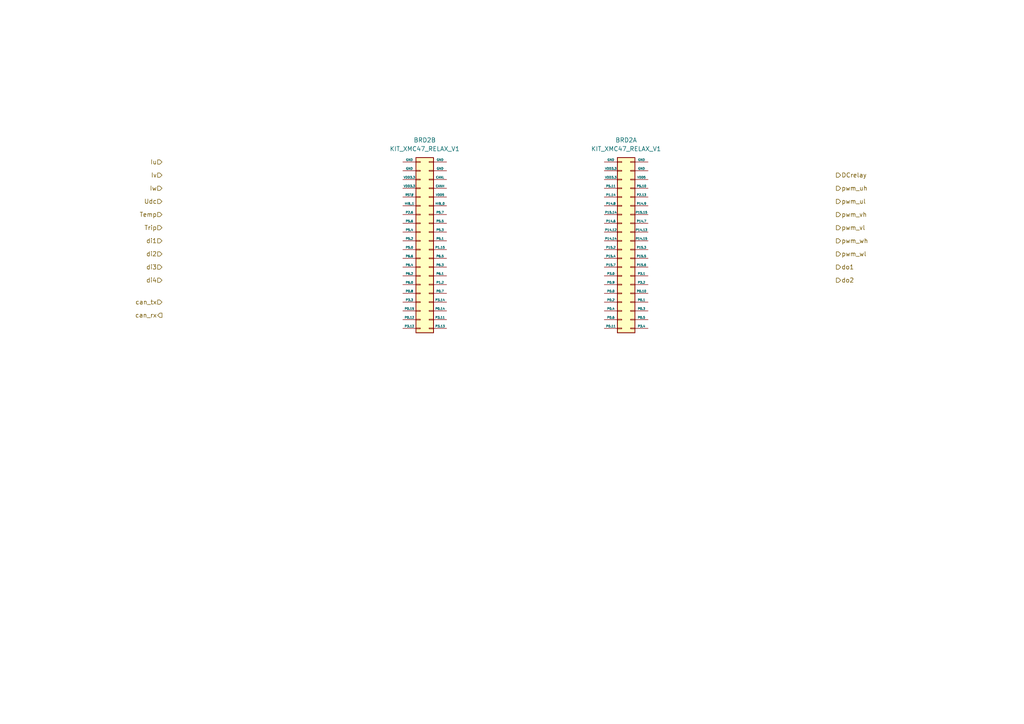
<source format=kicad_sch>
(kicad_sch (version 20231120) (generator "eeschema") (generator_version "8.0")
  (paper "A4")
  (lib_symbols
    (symbol "main:KIT_XMC47_RELAX_V1" (pin_numbers hide) (pin_names (offset 0))
      (property "Reference" "BRD" (at 0.254 26.162 0))
      (property "Value" "KIT_XMC47_RELAX_V1" (at 1.016 -28.702 0))
      (symbol "KIT_XMC47_RELAX_V1_1_1"
        (unit_name "X1")
        (rectangle (start -2.54 -26.67) (end 2.54 24.13) (stroke (width 0.254)) (fill (type background)))
        (rectangle (start -2.54 -25.527) (end -1.27 -25.273) (stroke (width 0.1524)))
        (rectangle (start -2.54 -22.987) (end -1.27 -22.733) (stroke (width 0.1524)))
        (rectangle (start -2.54 -20.447) (end -1.27 -20.193) (stroke (width 0.1524)))
        (rectangle (start -2.54 -17.907) (end -1.27 -17.653) (stroke (width 0.1524)))
        (rectangle (start -2.54 -15.367) (end -1.27 -15.113) (stroke (width 0.1524)))
        (rectangle (start -2.54 -12.827) (end -1.27 -12.573) (stroke (width 0.1524)))
        (rectangle (start -2.54 -10.287) (end -1.27 -10.033) (stroke (width 0.1524)))
        (rectangle (start -2.54 -7.747) (end -1.27 -7.493) (stroke (width 0.1524)))
        (rectangle (start -2.54 -5.207) (end -1.27 -4.953) (stroke (width 0.1524)))
        (rectangle (start -2.54 -2.667) (end -1.27 -2.413) (stroke (width 0.1524)))
        (rectangle (start -2.54 -0.127) (end -1.27 0.127) (stroke (width 0.1524)))
        (rectangle (start -2.54 2.413) (end -1.27 2.667) (stroke (width 0.1524)))
        (rectangle (start -2.54 4.953) (end -1.27 5.207) (stroke (width 0.1524)))
        (rectangle (start -2.54 7.493) (end -1.27 7.747) (stroke (width 0.1524)))
        (rectangle (start -2.54 10.033) (end -1.27 10.287) (stroke (width 0.1524)))
        (rectangle (start -2.54 12.573) (end -1.27 12.827) (stroke (width 0.1524)))
        (rectangle (start -2.54 15.113) (end -1.27 15.367) (stroke (width 0.1524)))
        (rectangle (start -2.54 17.653) (end -1.27 17.907) (stroke (width 0.1524)))
        (rectangle (start -2.54 20.193) (end -1.27 20.447) (stroke (width 0.1524)))
        (rectangle (start -2.54 22.733) (end -1.27 22.987) (stroke (width 0.1524)))
        (rectangle (start 2.54 -25.527) (end 1.27 -25.273) (stroke (width 0.1524)))
        (rectangle (start 2.54 -22.987) (end 1.27 -22.733) (stroke (width 0.1524)))
        (rectangle (start 2.54 -20.447) (end 1.27 -20.193) (stroke (width 0.1524)))
        (rectangle (start 2.54 -17.907) (end 1.27 -17.653) (stroke (width 0.1524)))
        (rectangle (start 2.54 -15.367) (end 1.27 -15.113) (stroke (width 0.1524)))
        (rectangle (start 2.54 -12.827) (end 1.27 -12.573) (stroke (width 0.1524)))
        (rectangle (start 2.54 -10.287) (end 1.27 -10.033) (stroke (width 0.1524)))
        (rectangle (start 2.54 -7.747) (end 1.27 -7.493) (stroke (width 0.1524)))
        (rectangle (start 2.54 -5.207) (end 1.27 -4.953) (stroke (width 0.1524)))
        (rectangle (start 2.54 -2.667) (end 1.27 -2.413) (stroke (width 0.1524)))
        (rectangle (start 2.54 -0.127) (end 1.27 0.127) (stroke (width 0.1524)))
        (rectangle (start 2.54 2.413) (end 1.27 2.667) (stroke (width 0.1524)))
        (rectangle (start 2.54 4.953) (end 1.27 5.207) (stroke (width 0.1524)))
        (rectangle (start 2.54 7.493) (end 1.27 7.747) (stroke (width 0.1524)))
        (rectangle (start 2.54 10.033) (end 1.27 10.287) (stroke (width 0.1524)))
        (rectangle (start 2.54 12.573) (end 1.27 12.827) (stroke (width 0.1524)))
        (rectangle (start 2.54 15.113) (end 1.27 15.367) (stroke (width 0.1524)))
        (rectangle (start 2.54 17.653) (end 1.27 17.907) (stroke (width 0.1524)))
        (rectangle (start 2.54 20.193) (end 1.27 20.447) (stroke (width 0.1524)))
        (rectangle (start 2.54 22.733) (end 1.27 22.987) (stroke (width 0.1524)))
        (pin passive line (at 6.35 -25.4 180) (length 3.81) (name "P3.4") (number "1"))
        (pin passive line (at -6.35 -15.24 0) (length 3.81) (name "P0.0") (number "10"))
        (pin passive line (at 6.35 -12.7 180) (length 3.81) (name "P3.2") (number "11"))
        (pin passive line (at -6.35 -12.7 0) (length 3.81) (name "P0.9") (number "12"))
        (pin passive line (at 6.35 -10.16 180) (length 3.81) (name "P3.1") (number "13"))
        (pin passive line (at -6.35 -10.16 0) (length 3.81) (name "P3.0") (number "14"))
        (pin passive line (at 6.35 -7.62 180) (length 3.81) (name "P15.6") (number "15"))
        (pin passive line (at -6.35 -7.62 0) (length 3.81) (name "P15.7") (number "16"))
        (pin passive line (at 6.35 -5.08 180) (length 3.81) (name "P15.5") (number "17"))
        (pin passive line (at -6.35 -5.08 0) (length 3.81) (name "P15.4") (number "18"))
        (pin passive line (at 6.35 -2.54 180) (length 3.81) (name "P15.3") (number "19"))
        (pin passive line (at -6.35 -25.4 0) (length 3.81) (name "P0.11") (number "2"))
        (pin passive line (at -6.35 -2.54 0) (length 3.81) (name "P15.2") (number "20"))
        (pin passive line (at 6.35 0 180) (length 3.81) (name "P14.15") (number "21"))
        (pin passive line (at -6.35 0 0) (length 3.81) (name "P14.14") (number "22"))
        (pin passive line (at 6.35 2.54 180) (length 3.81) (name "P14.13") (number "23"))
        (pin passive line (at -6.35 2.54 0) (length 3.81) (name "P14.12") (number "24"))
        (pin passive line (at 6.35 5.08 180) (length 3.81) (name "P14.7") (number "25"))
        (pin passive line (at -6.35 5.08 0) (length 3.81) (name "P14.6") (number "26"))
        (pin passive line (at 6.35 7.62 180) (length 3.81) (name "P15.15") (number "27"))
        (pin passive line (at -6.35 7.62 0) (length 3.81) (name "P15.14") (number "28"))
        (pin passive line (at 6.35 10.16 180) (length 3.81) (name "P14.9") (number "29"))
        (pin passive line (at 6.35 -22.86 180) (length 3.81) (name "P0.5") (number "3"))
        (pin passive line (at -6.35 10.16 0) (length 3.81) (name "P14.8") (number "30"))
        (pin passive line (at 6.35 12.7 180) (length 3.81) (name "P2.13") (number "31"))
        (pin passive line (at -6.35 12.7 0) (length 3.81) (name "P1.14") (number "32"))
        (pin passive line (at 6.35 15.24 180) (length 3.81) (name "P5.10") (number "33"))
        (pin passive line (at -6.35 15.24 0) (length 3.81) (name "P5.11") (number "34"))
        (pin passive line (at 6.35 17.78 180) (length 3.81) (name "VDD5") (number "35"))
        (pin passive line (at -6.35 17.78 0) (length 3.81) (name "VDD3.3") (number "36"))
        (pin passive line (at 6.35 20.32 180) (length 3.81) (name "GND") (number "37"))
        (pin passive line (at -6.35 20.32 0) (length 3.81) (name "VDD3.3") (number "38"))
        (pin passive line (at 6.35 22.86 180) (length 3.81) (name "GND") (number "39"))
        (pin passive line (at -6.35 -22.86 0) (length 3.81) (name "P0.6") (number "4"))
        (pin passive line (at -6.35 22.86 0) (length 3.81) (name "GND") (number "40"))
        (pin passive line (at 6.35 -20.32 180) (length 3.81) (name "P0.3") (number "5"))
        (pin passive line (at -6.35 -20.32 0) (length 3.81) (name "P0.4") (number "6"))
        (pin passive line (at 6.35 -17.78 180) (length 3.81) (name "P0.1") (number "7"))
        (pin passive line (at -6.35 -17.78 0) (length 3.81) (name "P0.2") (number "8"))
        (pin passive line (at 6.35 -15.24 180) (length 3.81) (name "P0.10") (number "9"))
      )
      (symbol "KIT_XMC47_RELAX_V1_2_1"
        (unit_name "X2")
        (rectangle (start -2.54 -26.67) (end 2.54 24.13) (stroke (width 0.254)) (fill (type background)))
        (rectangle (start -2.54 -25.527) (end -1.27 -25.273) (stroke (width 0.1524)))
        (rectangle (start -2.54 -22.987) (end -1.27 -22.733) (stroke (width 0.1524)))
        (rectangle (start -2.54 -20.447) (end -1.27 -20.193) (stroke (width 0.1524)))
        (rectangle (start -2.54 -17.907) (end -1.27 -17.653) (stroke (width 0.1524)))
        (rectangle (start -2.54 -15.367) (end -1.27 -15.113) (stroke (width 0.1524)))
        (rectangle (start -2.54 -12.827) (end -1.27 -12.573) (stroke (width 0.1524)))
        (rectangle (start -2.54 -10.287) (end -1.27 -10.033) (stroke (width 0.1524)))
        (rectangle (start -2.54 -7.747) (end -1.27 -7.493) (stroke (width 0.1524)))
        (rectangle (start -2.54 -5.207) (end -1.27 -4.953) (stroke (width 0.1524)))
        (rectangle (start -2.54 -2.667) (end -1.27 -2.413) (stroke (width 0.1524)))
        (rectangle (start -2.54 -0.127) (end -1.27 0.127) (stroke (width 0.1524)))
        (rectangle (start -2.54 2.413) (end -1.27 2.667) (stroke (width 0.1524)))
        (rectangle (start -2.54 4.953) (end -1.27 5.207) (stroke (width 0.1524)))
        (rectangle (start -2.54 7.493) (end -1.27 7.747) (stroke (width 0.1524)))
        (rectangle (start -2.54 10.033) (end -1.27 10.287) (stroke (width 0.1524)))
        (rectangle (start -2.54 12.573) (end -1.27 12.827) (stroke (width 0.1524)))
        (rectangle (start -2.54 15.113) (end -1.27 15.367) (stroke (width 0.1524)))
        (rectangle (start -2.54 17.653) (end -1.27 17.907) (stroke (width 0.1524)))
        (rectangle (start -2.54 20.193) (end -1.27 20.447) (stroke (width 0.1524)))
        (rectangle (start -2.54 22.733) (end -1.27 22.987) (stroke (width 0.1524)))
        (rectangle (start 2.54 -25.527) (end 1.27 -25.273) (stroke (width 0.1524)))
        (rectangle (start 2.54 -22.987) (end 1.27 -22.733) (stroke (width 0.1524)))
        (rectangle (start 2.54 -20.447) (end 1.27 -20.193) (stroke (width 0.1524)))
        (rectangle (start 2.54 -17.907) (end 1.27 -17.653) (stroke (width 0.1524)))
        (rectangle (start 2.54 -15.367) (end 1.27 -15.113) (stroke (width 0.1524)))
        (rectangle (start 2.54 -12.827) (end 1.27 -12.573) (stroke (width 0.1524)))
        (rectangle (start 2.54 -10.287) (end 1.27 -10.033) (stroke (width 0.1524)))
        (rectangle (start 2.54 -7.747) (end 1.27 -7.493) (stroke (width 0.1524)))
        (rectangle (start 2.54 -5.207) (end 1.27 -4.953) (stroke (width 0.1524)))
        (rectangle (start 2.54 -2.667) (end 1.27 -2.413) (stroke (width 0.1524)))
        (rectangle (start 2.54 -0.127) (end 1.27 0.127) (stroke (width 0.1524)))
        (rectangle (start 2.54 2.413) (end 1.27 2.667) (stroke (width 0.1524)))
        (rectangle (start 2.54 4.953) (end 1.27 5.207) (stroke (width 0.1524)))
        (rectangle (start 2.54 7.493) (end 1.27 7.747) (stroke (width 0.1524)))
        (rectangle (start 2.54 10.033) (end 1.27 10.287) (stroke (width 0.1524)))
        (rectangle (start 2.54 12.573) (end 1.27 12.827) (stroke (width 0.1524)))
        (rectangle (start 2.54 15.113) (end 1.27 15.367) (stroke (width 0.1524)))
        (rectangle (start 2.54 17.653) (end 1.27 17.907) (stroke (width 0.1524)))
        (rectangle (start 2.54 20.193) (end 1.27 20.447) (stroke (width 0.1524)))
        (rectangle (start 2.54 22.733) (end 1.27 22.987) (stroke (width 0.1524)))
        (pin passive line (at 6.35 -25.4 180) (length 3.81) (name "P3.13") (number "1"))
        (pin passive line (at -6.35 -15.24 0) (length 3.81) (name "P0.8") (number "10"))
        (pin passive line (at 6.35 -12.7 180) (length 3.81) (name "P1.2") (number "11"))
        (pin passive line (at -6.35 -12.7 0) (length 3.81) (name "P6.0") (number "12"))
        (pin passive line (at 6.35 -10.16 180) (length 3.81) (name "P6.1") (number "13"))
        (pin passive line (at -6.35 -10.16 0) (length 3.81) (name "P6.2") (number "14"))
        (pin passive line (at 6.35 -7.62 180) (length 3.81) (name "P6.3") (number "15"))
        (pin passive line (at -6.35 -7.62 0) (length 3.81) (name "P6.4") (number "16"))
        (pin passive line (at 6.35 -5.08 180) (length 3.81) (name "P6.5") (number "17"))
        (pin passive line (at -6.35 -5.08 0) (length 3.81) (name "P6.6") (number "18"))
        (pin passive line (at 6.35 -2.54 180) (length 3.81) (name "P1.15") (number "19"))
        (pin passive line (at -6.35 -25.4 0) (length 3.81) (name "P3.12") (number "2"))
        (pin passive line (at -6.35 -2.54 0) (length 3.81) (name "P5.0") (number "20"))
        (pin passive line (at 6.35 0 180) (length 3.81) (name "P5.1") (number "21"))
        (pin passive line (at -6.35 0 0) (length 3.81) (name "P5.2") (number "22"))
        (pin passive line (at 6.35 2.54 180) (length 3.81) (name "P5.3") (number "23"))
        (pin passive line (at -6.35 2.54 0) (length 3.81) (name "P5.4") (number "24"))
        (pin passive line (at 6.35 5.08 180) (length 3.81) (name "P5.5") (number "25"))
        (pin passive line (at -6.35 5.08 0) (length 3.81) (name "P5.6") (number "26"))
        (pin passive line (at 6.35 7.62 180) (length 3.81) (name "P5.7") (number "27"))
        (pin passive line (at -6.35 7.62 0) (length 3.81) (name "P2.6") (number "28"))
        (pin passive line (at 6.35 10.16 180) (length 3.81) (name "HIB_0") (number "29"))
        (pin passive line (at 6.35 -22.86 180) (length 3.81) (name "P3.11") (number "3"))
        (pin passive line (at -6.35 10.16 0) (length 3.81) (name "HIB_1") (number "30"))
        (pin passive line (at 6.35 12.7 180) (length 3.81) (name "VDD5") (number "31"))
        (pin passive line (at -6.35 12.7 0) (length 3.81) (name "RST#") (number "32"))
        (pin passive line (at 6.35 15.24 180) (length 3.81) (name "CANH") (number "33"))
        (pin passive line (at -6.35 15.24 0) (length 3.81) (name "VDD3.3") (number "34"))
        (pin passive line (at 6.35 17.78 180) (length 3.81) (name "CANL") (number "35"))
        (pin passive line (at -6.35 17.78 0) (length 3.81) (name "VDD3.3") (number "36"))
        (pin passive line (at 6.35 20.32 180) (length 3.81) (name "GND") (number "37"))
        (pin passive line (at -6.35 20.32 0) (length 3.81) (name "GND") (number "38"))
        (pin passive line (at 6.35 22.86 180) (length 3.81) (name "GND") (number "39"))
        (pin passive line (at -6.35 -22.86 0) (length 3.81) (name "P0.12") (number "4"))
        (pin passive line (at -6.35 22.86 0) (length 3.81) (name "GND") (number "40"))
        (pin passive line (at 6.35 -20.32 180) (length 3.81) (name "P0.14") (number "5"))
        (pin passive line (at -6.35 -20.32 0) (length 3.81) (name "P0.15") (number "6"))
        (pin passive line (at 6.35 -17.78 180) (length 3.81) (name "P3.14") (number "7"))
        (pin passive line (at -6.35 -17.78 0) (length 3.81) (name "P3.3") (number "8"))
        (pin passive line (at 6.35 -15.24 180) (length 3.81) (name "P0.7") (number "9"))
      )
    )
  )
  (hierarchical_label "Iu" (shape input) (at 46.99 46.99 180))
  (hierarchical_label "Iw" (shape input) (at 46.99 54.61 180))
  (hierarchical_label "di4" (shape input) (at 46.99 81.28 180))
  (hierarchical_label "can_rx" (shape output) (at 46.99 91.44 180))
  (hierarchical_label "Iv" (shape input) (at 46.99 50.8 180))
  (hierarchical_label "do1" (shape output) (at 242.57 77.47 0))
  (hierarchical_label "pwm_vl" (shape output) (at 242.57 66.04 0))
  (hierarchical_label "di1" (shape input) (at 46.99 69.85 180))
  (hierarchical_label "do2" (shape output) (at 242.57 81.28 0))
  (hierarchical_label "DCrelay" (shape output) (at 242.57 50.8 0))
  (hierarchical_label "pwm_ul" (shape output) (at 242.57 58.42 0))
  (hierarchical_label "Temp" (shape input) (at 46.99 62.23 180))
  (hierarchical_label "pwm_vh" (shape output) (at 242.57 62.23 0))
  (hierarchical_label "pwm_wl" (shape output) (at 242.57 73.66 0))
  (hierarchical_label "di2" (shape input) (at 46.99 73.66 180))
  (hierarchical_label "pwm_uh" (shape output) (at 242.57 54.61 0))
  (hierarchical_label "pwm_wh" (shape output) (at 242.57 69.85 0))
  (hierarchical_label "Trip" (shape input) (at 46.99 66.04 180))
  (hierarchical_label "di3" (shape input) (at 46.99 77.47 180))
  (hierarchical_label "Udc" (shape input) (at 46.99 58.42 180))
  (hierarchical_label "can_tx" (shape input) (at 46.99 87.63 180))
  (symbol (lib_id "main:KIT_XMC47_RELAX_V1") (at 123.19 69.85 0) (unit 2)
    (property "Reference" "BRD2" (at 123.19 40.64 0))
    (property "Value" "KIT_XMC47_RELAX_V1" (at 123.19 43.18 0))
    (property "Datasheet" "https://www.infineon.com/cms/en/product/evaluation-boards/kit_xmc47_relax_v1/" (effects (hide yes)))
    (property "Description" "XMC4700 Relax evaluation kit" (effects (hide yes)))
  )
  (symbol (lib_id "main:KIT_XMC47_RELAX_V1") (at 181.61 69.85 0) (unit 1)
    (property "Reference" "BRD2" (at 181.61 40.64 0))
    (property "Value" "KIT_XMC47_RELAX_V1" (at 181.61 43.18 0))
    (property "Datasheet" "https://www.infineon.com/cms/en/product/evaluation-boards/kit_xmc47_relax_v1/" (effects (hide yes)))
    (property "Description" "XMC4700 Relax evaluation kit" (effects (hide yes)))
  )
)
</source>
